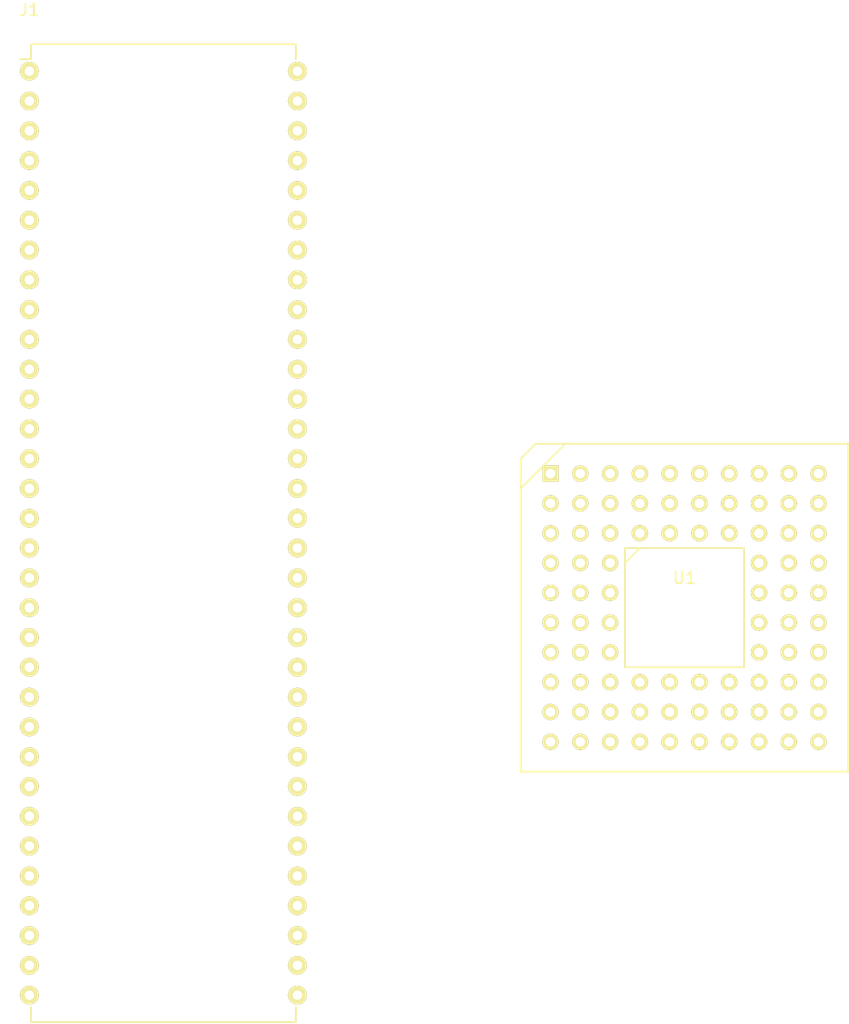
<source format=kicad_pcb>
(kicad_pcb (version 4) (host pcbnew "(2015-05-13 BZR 5653)-product")

  (general
    (links 68)
    (no_connects 68)
    (area 0 0 0 0)
    (thickness 1.6)
    (drawings 0)
    (tracks 0)
    (zones 0)
    (modules 2)
    (nets 71)
  )

  (page A4)
  (layers
    (0 F.Cu signal)
    (31 B.Cu signal)
    (32 B.Adhes user)
    (33 F.Adhes user)
    (34 B.Paste user)
    (35 F.Paste user)
    (36 B.SilkS user)
    (37 F.SilkS user)
    (38 B.Mask user)
    (39 F.Mask user)
    (40 Dwgs.User user)
    (41 Cmts.User user)
    (42 Eco1.User user)
    (43 Eco2.User user)
    (44 Edge.Cuts user)
    (45 Margin user)
    (46 B.CrtYd user)
    (47 F.CrtYd user)
    (48 B.Fab user)
    (49 F.Fab user)
  )

  (setup
    (last_trace_width 0.25)
    (trace_clearance 0.2)
    (zone_clearance 0.508)
    (zone_45_only no)
    (trace_min 0.2)
    (segment_width 0.2)
    (edge_width 0.1)
    (via_size 0.6)
    (via_drill 0.4)
    (via_min_size 0.4)
    (via_min_drill 0.3)
    (uvia_size 0.3)
    (uvia_drill 0.1)
    (uvias_allowed no)
    (uvia_min_size 0.2)
    (uvia_min_drill 0.1)
    (pcb_text_width 0.3)
    (pcb_text_size 1.5 1.5)
    (mod_edge_width 0.15)
    (mod_text_size 1 1)
    (mod_text_width 0.15)
    (pad_size 1.5 1.5)
    (pad_drill 0.6)
    (pad_to_mask_clearance 0)
    (aux_axis_origin 0 0)
    (visible_elements FFFFFF7F)
    (pcbplotparams
      (layerselection 0x00030_80000001)
      (usegerberextensions false)
      (excludeedgelayer true)
      (linewidth 0.100000)
      (plotframeref false)
      (viasonmask false)
      (mode 1)
      (useauxorigin false)
      (hpglpennumber 1)
      (hpglpenspeed 20)
      (hpglpendiameter 15)
      (hpglpenoverlay 2)
      (psnegative false)
      (psa4output false)
      (plotreference true)
      (plotvalue true)
      (plotinvisibletext false)
      (padsonsilk false)
      (subtractmaskfromsilk false)
      (outputformat 1)
      (mirror false)
      (drillshape 1)
      (scaleselection 1)
      (outputdirectory ""))
  )

  (net 0 "")
  (net 1 /D4)
  (net 2 /D3)
  (net 3 /D2)
  (net 4 /D1)
  (net 5 /D0)
  (net 6 AS)
  (net 7 UDS)
  (net 8 LDS)
  (net 9 RW)
  (net 10 DTACK)
  (net 11 BG)
  (net 12 BGACK)
  (net 13 BR)
  (net 14 +5V)
  (net 15 CLK)
  (net 16 GND)
  (net 17 HALT)
  (net 18 RESET)
  (net 19 VMA)
  (net 20 E)
  (net 21 VPA)
  (net 22 BERR)
  (net 23 IPL2)
  (net 24 IPL1)
  (net 25 IPL0)
  (net 26 FC2)
  (net 27 FC1)
  (net 28 FC0)
  (net 29 /A1)
  (net 30 /A2)
  (net 31 /A3)
  (net 32 /A4)
  (net 33 /A5)
  (net 34 /A6)
  (net 35 /A7)
  (net 36 /A8)
  (net 37 /A9)
  (net 38 /A10)
  (net 39 /A11)
  (net 40 /A12)
  (net 41 /A13)
  (net 42 /A14)
  (net 43 /A15)
  (net 44 /A16)
  (net 45 /A17)
  (net 46 /A18)
  (net 47 /A19)
  (net 48 /A20)
  (net 49 /A21)
  (net 50 /A22)
  (net 51 /A23)
  (net 52 /D15)
  (net 53 /D14)
  (net 54 /D13)
  (net 55 /D12)
  (net 56 /D11)
  (net 57 /D10)
  (net 58 /D9)
  (net 59 /D8)
  (net 60 /D7)
  (net 61 /D6)
  (net 62 /D5)
  (net 63 "Net-(U1-PadC4)")
  (net 64 "Net-(U1-PadE8)")
  (net 65 "Net-(U1-PadF8)")
  (net 66 "Net-(U1-PadG3)")
  (net 67 "Net-(U1-PadH5)")
  (net 68 "Net-(U1-PadH6)")
  (net 69 "Net-(U1-PadJ4)")
  (net 70 "Net-(U1-PadK1)")

  (net_class Default "This is the default net class."
    (clearance 0.2)
    (trace_width 0.25)
    (via_dia 0.6)
    (via_drill 0.4)
    (uvia_dia 0.3)
    (uvia_drill 0.1)
    (add_net +5V)
    (add_net /A1)
    (add_net /A10)
    (add_net /A11)
    (add_net /A12)
    (add_net /A13)
    (add_net /A14)
    (add_net /A15)
    (add_net /A16)
    (add_net /A17)
    (add_net /A18)
    (add_net /A19)
    (add_net /A2)
    (add_net /A20)
    (add_net /A21)
    (add_net /A22)
    (add_net /A23)
    (add_net /A3)
    (add_net /A4)
    (add_net /A5)
    (add_net /A6)
    (add_net /A7)
    (add_net /A8)
    (add_net /A9)
    (add_net /D0)
    (add_net /D1)
    (add_net /D10)
    (add_net /D11)
    (add_net /D12)
    (add_net /D13)
    (add_net /D14)
    (add_net /D15)
    (add_net /D2)
    (add_net /D3)
    (add_net /D4)
    (add_net /D5)
    (add_net /D6)
    (add_net /D7)
    (add_net /D8)
    (add_net /D9)
    (add_net AS)
    (add_net BERR)
    (add_net BG)
    (add_net BGACK)
    (add_net BR)
    (add_net CLK)
    (add_net DTACK)
    (add_net E)
    (add_net FC0)
    (add_net FC1)
    (add_net FC2)
    (add_net GND)
    (add_net HALT)
    (add_net IPL0)
    (add_net IPL1)
    (add_net IPL2)
    (add_net LDS)
    (add_net "Net-(U1-PadC4)")
    (add_net "Net-(U1-PadE8)")
    (add_net "Net-(U1-PadF8)")
    (add_net "Net-(U1-PadG3)")
    (add_net "Net-(U1-PadH5)")
    (add_net "Net-(U1-PadH6)")
    (add_net "Net-(U1-PadJ4)")
    (add_net "Net-(U1-PadK1)")
    (add_net RESET)
    (add_net RW)
    (add_net UDS)
    (add_net VMA)
    (add_net VPA)
  )

  (module Housings_DIP:DIP-64_W22.86mm (layer F.Cu) (tedit 54130A77) (tstamp 55BB417C)
    (at 128.27 82.55)
    (descr "64-lead dip package, row spacing 22.86 mm (900 mils)")
    (tags "dil dip 2.54 900")
    (path /55BB1C18)
    (fp_text reference J1 (at 0 -5.22) (layer F.SilkS)
      (effects (font (size 1 1) (thickness 0.15)))
    )
    (fp_text value 68000 (at 0 -3.72) (layer F.Fab)
      (effects (font (size 1 1) (thickness 0.15)))
    )
    (fp_line (start -1.05 -2.45) (end -1.05 81.2) (layer F.CrtYd) (width 0.05))
    (fp_line (start 23.9 -2.45) (end 23.9 81.2) (layer F.CrtYd) (width 0.05))
    (fp_line (start -1.05 -2.45) (end 23.9 -2.45) (layer F.CrtYd) (width 0.05))
    (fp_line (start -1.05 81.2) (end 23.9 81.2) (layer F.CrtYd) (width 0.05))
    (fp_line (start 0.135 -2.295) (end 0.135 -1.025) (layer F.SilkS) (width 0.15))
    (fp_line (start 22.725 -2.295) (end 22.725 -1.025) (layer F.SilkS) (width 0.15))
    (fp_line (start 22.725 81.035) (end 22.725 79.765) (layer F.SilkS) (width 0.15))
    (fp_line (start 0.135 81.035) (end 0.135 79.765) (layer F.SilkS) (width 0.15))
    (fp_line (start 0.135 -2.295) (end 22.725 -2.295) (layer F.SilkS) (width 0.15))
    (fp_line (start 0.135 81.035) (end 22.725 81.035) (layer F.SilkS) (width 0.15))
    (fp_line (start 0.135 -1.025) (end -0.8 -1.025) (layer F.SilkS) (width 0.15))
    (pad 1 thru_hole oval (at 0 0) (size 1.6 1.6) (drill 0.8) (layers *.Cu *.Mask F.SilkS)
      (net 1 /D4))
    (pad 2 thru_hole oval (at 0 2.54) (size 1.6 1.6) (drill 0.8) (layers *.Cu *.Mask F.SilkS)
      (net 2 /D3))
    (pad 3 thru_hole oval (at 0 5.08) (size 1.6 1.6) (drill 0.8) (layers *.Cu *.Mask F.SilkS)
      (net 3 /D2))
    (pad 4 thru_hole oval (at 0 7.62) (size 1.6 1.6) (drill 0.8) (layers *.Cu *.Mask F.SilkS)
      (net 4 /D1))
    (pad 5 thru_hole oval (at 0 10.16) (size 1.6 1.6) (drill 0.8) (layers *.Cu *.Mask F.SilkS)
      (net 5 /D0))
    (pad 6 thru_hole oval (at 0 12.7) (size 1.6 1.6) (drill 0.8) (layers *.Cu *.Mask F.SilkS)
      (net 6 AS))
    (pad 7 thru_hole oval (at 0 15.24) (size 1.6 1.6) (drill 0.8) (layers *.Cu *.Mask F.SilkS)
      (net 7 UDS))
    (pad 8 thru_hole oval (at 0 17.78) (size 1.6 1.6) (drill 0.8) (layers *.Cu *.Mask F.SilkS)
      (net 8 LDS))
    (pad 9 thru_hole oval (at 0 20.32) (size 1.6 1.6) (drill 0.8) (layers *.Cu *.Mask F.SilkS)
      (net 9 RW))
    (pad 10 thru_hole oval (at 0 22.86) (size 1.6 1.6) (drill 0.8) (layers *.Cu *.Mask F.SilkS)
      (net 10 DTACK))
    (pad 11 thru_hole oval (at 0 25.4) (size 1.6 1.6) (drill 0.8) (layers *.Cu *.Mask F.SilkS)
      (net 11 BG))
    (pad 12 thru_hole oval (at 0 27.94) (size 1.6 1.6) (drill 0.8) (layers *.Cu *.Mask F.SilkS)
      (net 12 BGACK))
    (pad 13 thru_hole oval (at 0 30.48) (size 1.6 1.6) (drill 0.8) (layers *.Cu *.Mask F.SilkS)
      (net 13 BR))
    (pad 14 thru_hole oval (at 0 33.02) (size 1.6 1.6) (drill 0.8) (layers *.Cu *.Mask F.SilkS)
      (net 14 +5V))
    (pad 15 thru_hole oval (at 0 35.56) (size 1.6 1.6) (drill 0.8) (layers *.Cu *.Mask F.SilkS)
      (net 15 CLK))
    (pad 16 thru_hole oval (at 0 38.1) (size 1.6 1.6) (drill 0.8) (layers *.Cu *.Mask F.SilkS)
      (net 16 GND))
    (pad 17 thru_hole oval (at 0 40.64) (size 1.6 1.6) (drill 0.8) (layers *.Cu *.Mask F.SilkS)
      (net 17 HALT))
    (pad 18 thru_hole oval (at 0 43.18) (size 1.6 1.6) (drill 0.8) (layers *.Cu *.Mask F.SilkS)
      (net 18 RESET))
    (pad 19 thru_hole oval (at 0 45.72) (size 1.6 1.6) (drill 0.8) (layers *.Cu *.Mask F.SilkS)
      (net 19 VMA))
    (pad 20 thru_hole oval (at 0 48.26) (size 1.6 1.6) (drill 0.8) (layers *.Cu *.Mask F.SilkS)
      (net 20 E))
    (pad 21 thru_hole oval (at 0 50.8) (size 1.6 1.6) (drill 0.8) (layers *.Cu *.Mask F.SilkS)
      (net 21 VPA))
    (pad 22 thru_hole oval (at 0 53.34) (size 1.6 1.6) (drill 0.8) (layers *.Cu *.Mask F.SilkS)
      (net 22 BERR))
    (pad 23 thru_hole oval (at 0 55.88) (size 1.6 1.6) (drill 0.8) (layers *.Cu *.Mask F.SilkS)
      (net 23 IPL2))
    (pad 24 thru_hole oval (at 0 58.42) (size 1.6 1.6) (drill 0.8) (layers *.Cu *.Mask F.SilkS)
      (net 24 IPL1))
    (pad 25 thru_hole oval (at 0 60.96) (size 1.6 1.6) (drill 0.8) (layers *.Cu *.Mask F.SilkS)
      (net 25 IPL0))
    (pad 26 thru_hole oval (at 0 63.5) (size 1.6 1.6) (drill 0.8) (layers *.Cu *.Mask F.SilkS)
      (net 26 FC2))
    (pad 27 thru_hole oval (at 0 66.04) (size 1.6 1.6) (drill 0.8) (layers *.Cu *.Mask F.SilkS)
      (net 27 FC1))
    (pad 28 thru_hole oval (at 0 68.58) (size 1.6 1.6) (drill 0.8) (layers *.Cu *.Mask F.SilkS)
      (net 28 FC0))
    (pad 29 thru_hole oval (at 0 71.12) (size 1.6 1.6) (drill 0.8) (layers *.Cu *.Mask F.SilkS)
      (net 29 /A1))
    (pad 30 thru_hole oval (at 0 73.66) (size 1.6 1.6) (drill 0.8) (layers *.Cu *.Mask F.SilkS)
      (net 30 /A2))
    (pad 31 thru_hole oval (at 0 76.2) (size 1.6 1.6) (drill 0.8) (layers *.Cu *.Mask F.SilkS)
      (net 31 /A3))
    (pad 32 thru_hole oval (at 0 78.74) (size 1.6 1.6) (drill 0.8) (layers *.Cu *.Mask F.SilkS)
      (net 32 /A4))
    (pad 33 thru_hole oval (at 22.86 78.74) (size 1.6 1.6) (drill 0.8) (layers *.Cu *.Mask F.SilkS)
      (net 33 /A5))
    (pad 34 thru_hole oval (at 22.86 76.2) (size 1.6 1.6) (drill 0.8) (layers *.Cu *.Mask F.SilkS)
      (net 34 /A6))
    (pad 35 thru_hole oval (at 22.86 73.66) (size 1.6 1.6) (drill 0.8) (layers *.Cu *.Mask F.SilkS)
      (net 35 /A7))
    (pad 36 thru_hole oval (at 22.86 71.12) (size 1.6 1.6) (drill 0.8) (layers *.Cu *.Mask F.SilkS)
      (net 36 /A8))
    (pad 37 thru_hole oval (at 22.86 68.58) (size 1.6 1.6) (drill 0.8) (layers *.Cu *.Mask F.SilkS)
      (net 37 /A9))
    (pad 38 thru_hole oval (at 22.86 66.04) (size 1.6 1.6) (drill 0.8) (layers *.Cu *.Mask F.SilkS)
      (net 38 /A10))
    (pad 39 thru_hole oval (at 22.86 63.5) (size 1.6 1.6) (drill 0.8) (layers *.Cu *.Mask F.SilkS)
      (net 39 /A11))
    (pad 40 thru_hole oval (at 22.86 60.96) (size 1.6 1.6) (drill 0.8) (layers *.Cu *.Mask F.SilkS)
      (net 40 /A12))
    (pad 41 thru_hole oval (at 22.86 58.42) (size 1.6 1.6) (drill 0.8) (layers *.Cu *.Mask F.SilkS)
      (net 41 /A13))
    (pad 42 thru_hole oval (at 22.86 55.88) (size 1.6 1.6) (drill 0.8) (layers *.Cu *.Mask F.SilkS)
      (net 42 /A14))
    (pad 43 thru_hole oval (at 22.86 53.34) (size 1.6 1.6) (drill 0.8) (layers *.Cu *.Mask F.SilkS)
      (net 43 /A15))
    (pad 44 thru_hole oval (at 22.86 50.8) (size 1.6 1.6) (drill 0.8) (layers *.Cu *.Mask F.SilkS)
      (net 44 /A16))
    (pad 45 thru_hole oval (at 22.86 48.26) (size 1.6 1.6) (drill 0.8) (layers *.Cu *.Mask F.SilkS)
      (net 45 /A17))
    (pad 46 thru_hole oval (at 22.86 45.72) (size 1.6 1.6) (drill 0.8) (layers *.Cu *.Mask F.SilkS)
      (net 46 /A18))
    (pad 47 thru_hole oval (at 22.86 43.18) (size 1.6 1.6) (drill 0.8) (layers *.Cu *.Mask F.SilkS)
      (net 47 /A19))
    (pad 48 thru_hole oval (at 22.86 40.64) (size 1.6 1.6) (drill 0.8) (layers *.Cu *.Mask F.SilkS)
      (net 48 /A20))
    (pad 49 thru_hole oval (at 22.86 38.1) (size 1.6 1.6) (drill 0.8) (layers *.Cu *.Mask F.SilkS)
      (net 14 +5V))
    (pad 50 thru_hole oval (at 22.86 35.56) (size 1.6 1.6) (drill 0.8) (layers *.Cu *.Mask F.SilkS)
      (net 49 /A21))
    (pad 51 thru_hole oval (at 22.86 33.02) (size 1.6 1.6) (drill 0.8) (layers *.Cu *.Mask F.SilkS)
      (net 50 /A22))
    (pad 52 thru_hole oval (at 22.86 30.48) (size 1.6 1.6) (drill 0.8) (layers *.Cu *.Mask F.SilkS)
      (net 51 /A23))
    (pad 53 thru_hole oval (at 22.86 27.94) (size 1.6 1.6) (drill 0.8) (layers *.Cu *.Mask F.SilkS)
      (net 16 GND))
    (pad 54 thru_hole oval (at 22.86 25.4) (size 1.6 1.6) (drill 0.8) (layers *.Cu *.Mask F.SilkS)
      (net 52 /D15))
    (pad 55 thru_hole oval (at 22.86 22.86) (size 1.6 1.6) (drill 0.8) (layers *.Cu *.Mask F.SilkS)
      (net 53 /D14))
    (pad 56 thru_hole oval (at 22.86 20.32) (size 1.6 1.6) (drill 0.8) (layers *.Cu *.Mask F.SilkS)
      (net 54 /D13))
    (pad 57 thru_hole oval (at 22.86 17.78) (size 1.6 1.6) (drill 0.8) (layers *.Cu *.Mask F.SilkS)
      (net 55 /D12))
    (pad 58 thru_hole oval (at 22.86 15.24) (size 1.6 1.6) (drill 0.8) (layers *.Cu *.Mask F.SilkS)
      (net 56 /D11))
    (pad 59 thru_hole oval (at 22.86 12.7) (size 1.6 1.6) (drill 0.8) (layers *.Cu *.Mask F.SilkS)
      (net 57 /D10))
    (pad 60 thru_hole oval (at 22.86 10.16) (size 1.6 1.6) (drill 0.8) (layers *.Cu *.Mask F.SilkS)
      (net 58 /D9))
    (pad 61 thru_hole oval (at 22.86 7.62) (size 1.6 1.6) (drill 0.8) (layers *.Cu *.Mask F.SilkS)
      (net 59 /D8))
    (pad 62 thru_hole oval (at 22.86 5.08) (size 1.6 1.6) (drill 0.8) (layers *.Cu *.Mask F.SilkS)
      (net 60 /D7))
    (pad 63 thru_hole oval (at 22.86 2.54) (size 1.6 1.6) (drill 0.8) (layers *.Cu *.Mask F.SilkS)
      (net 61 /D6))
    (pad 64 thru_hole oval (at 22.86 0) (size 1.6 1.6) (drill 0.8) (layers *.Cu *.Mask F.SilkS)
      (net 62 /D5))
    (model Housings_DIP.3dshapes/DIP-64_W22.86mm.wrl
      (at (xyz 0 0 0))
      (scale (xyz 1 1 1))
      (rotate (xyz 0 0 0))
    )
  )

  (module Sockets:PGA84 (layer F.Cu) (tedit 0) (tstamp 55BB41DF)
    (at 184.15 128.27)
    (descr "Support PGA 84 pins")
    (tags PGA)
    (path /55BB4D5E)
    (fp_text reference U1 (at 0 -2.54) (layer F.SilkS)
      (effects (font (size 1 1) (thickness 0.15)))
    )
    (fp_text value 68012RC (at 0 2.54) (layer F.Fab)
      (effects (font (size 1 1) (thickness 0.15)))
    )
    (fp_line (start -13.97 -12.7) (end -12.7 -13.97) (layer F.SilkS) (width 0.15))
    (fp_line (start -12.7 -13.97) (end 13.97 -13.97) (layer F.SilkS) (width 0.15))
    (fp_line (start 13.97 -13.97) (end 13.97 13.97) (layer F.SilkS) (width 0.15))
    (fp_line (start 13.97 13.97) (end -13.97 13.97) (layer F.SilkS) (width 0.15))
    (fp_line (start -13.97 13.97) (end -13.97 -12.7) (layer F.SilkS) (width 0.15))
    (fp_line (start -13.97 -10.16) (end -10.16 -13.97) (layer F.SilkS) (width 0.15))
    (fp_line (start -5.08 -5.08) (end 5.08 -5.08) (layer F.SilkS) (width 0.15))
    (fp_line (start 5.08 -5.08) (end 5.08 5.08) (layer F.SilkS) (width 0.15))
    (fp_line (start 5.08 5.08) (end -5.08 5.08) (layer F.SilkS) (width 0.15))
    (fp_line (start -5.08 5.08) (end -5.08 -5.08) (layer F.SilkS) (width 0.15))
    (fp_line (start -5.08 -3.81) (end -3.81 -5.08) (layer F.SilkS) (width 0.15))
    (pad A1 thru_hole rect (at -11.43 -11.43) (size 1.397 1.397) (drill 0.8128) (layers *.Cu *.Mask F.SilkS))
    (pad A2 thru_hole circle (at -8.89 -11.43) (size 1.397 1.397) (drill 0.8128) (layers *.Cu *.Mask F.SilkS)
      (net 6 AS))
    (pad A3 thru_hole circle (at -6.35 -11.43) (size 1.397 1.397) (drill 0.8128) (layers *.Cu *.Mask F.SilkS)
      (net 4 /D1))
    (pad A4 thru_hole circle (at -3.81 -11.43) (size 1.397 1.397) (drill 0.8128) (layers *.Cu *.Mask F.SilkS)
      (net 3 /D2))
    (pad A5 thru_hole circle (at -1.27 -11.43) (size 1.397 1.397) (drill 0.8128) (layers *.Cu *.Mask F.SilkS)
      (net 1 /D4))
    (pad A6 thru_hole circle (at 1.27 -11.43) (size 1.397 1.397) (drill 0.8128) (layers *.Cu *.Mask F.SilkS)
      (net 62 /D5))
    (pad A7 thru_hole circle (at 3.81 -11.43) (size 1.397 1.397) (drill 0.8128) (layers *.Cu *.Mask F.SilkS)
      (net 60 /D7))
    (pad A8 thru_hole circle (at 6.35 -11.43) (size 1.397 1.397) (drill 0.8128) (layers *.Cu *.Mask F.SilkS)
      (net 59 /D8))
    (pad A9 thru_hole circle (at 8.89 -11.43) (size 1.397 1.397) (drill 0.8128) (layers *.Cu *.Mask F.SilkS)
      (net 57 /D10))
    (pad A10 thru_hole circle (at 11.43 -11.43) (size 1.397 1.397) (drill 0.8128) (layers *.Cu *.Mask F.SilkS)
      (net 55 /D12))
    (pad B1 thru_hole circle (at -11.43 -8.89) (size 1.397 1.397) (drill 0.8128) (layers *.Cu *.Mask F.SilkS)
      (net 10 DTACK))
    (pad B2 thru_hole circle (at -8.89 -8.89) (size 1.397 1.397) (drill 0.8128) (layers *.Cu *.Mask F.SilkS)
      (net 8 LDS))
    (pad B3 thru_hole circle (at -6.35 -8.89) (size 1.397 1.397) (drill 0.8128) (layers *.Cu *.Mask F.SilkS)
      (net 7 UDS))
    (pad B4 thru_hole circle (at -3.81 -8.89) (size 1.397 1.397) (drill 0.8128) (layers *.Cu *.Mask F.SilkS)
      (net 5 /D0))
    (pad B5 thru_hole circle (at -1.27 -8.89) (size 1.397 1.397) (drill 0.8128) (layers *.Cu *.Mask F.SilkS)
      (net 2 /D3))
    (pad B6 thru_hole circle (at 1.27 -8.89) (size 1.397 1.397) (drill 0.8128) (layers *.Cu *.Mask F.SilkS)
      (net 61 /D6))
    (pad B7 thru_hole circle (at 3.81 -8.89) (size 1.397 1.397) (drill 0.8128) (layers *.Cu *.Mask F.SilkS)
      (net 58 /D9))
    (pad B8 thru_hole circle (at 6.35 -8.89) (size 1.397 1.397) (drill 0.8128) (layers *.Cu *.Mask F.SilkS)
      (net 56 /D11))
    (pad B9 thru_hole circle (at 8.89 -8.89) (size 1.397 1.397) (drill 0.8128) (layers *.Cu *.Mask F.SilkS)
      (net 53 /D14))
    (pad B10 thru_hole circle (at 11.43 -8.89) (size 1.397 1.397) (drill 0.8128) (layers *.Cu *.Mask F.SilkS)
      (net 52 /D15))
    (pad C1 thru_hole circle (at -11.43 -6.35) (size 1.397 1.397) (drill 0.8128) (layers *.Cu *.Mask F.SilkS)
      (net 12 BGACK))
    (pad C2 thru_hole circle (at -8.89 -6.35) (size 1.397 1.397) (drill 0.8128) (layers *.Cu *.Mask F.SilkS)
      (net 11 BG))
    (pad C3 thru_hole circle (at -6.35 -6.35) (size 1.397 1.397) (drill 0.8128) (layers *.Cu *.Mask F.SilkS)
      (net 9 RW))
    (pad C4 thru_hole circle (at -3.81 -6.35) (size 1.397 1.397) (drill 0.8128) (layers *.Cu *.Mask F.SilkS)
      (net 63 "Net-(U1-PadC4)"))
    (pad C5 thru_hole circle (at -1.27 -6.35) (size 1.397 1.397) (drill 0.8128) (layers *.Cu *.Mask F.SilkS))
    (pad C6 thru_hole circle (at 1.27 -6.35) (size 1.397 1.397) (drill 0.8128) (layers *.Cu *.Mask F.SilkS))
    (pad C7 thru_hole circle (at 3.81 -6.35) (size 1.397 1.397) (drill 0.8128) (layers *.Cu *.Mask F.SilkS))
    (pad C8 thru_hole circle (at 6.35 -6.35) (size 1.397 1.397) (drill 0.8128) (layers *.Cu *.Mask F.SilkS)
      (net 54 /D13))
    (pad C9 thru_hole circle (at 8.89 -6.35) (size 1.397 1.397) (drill 0.8128) (layers *.Cu *.Mask F.SilkS)
      (net 51 /A23))
    (pad C10 thru_hole circle (at 11.43 -6.35) (size 1.397 1.397) (drill 0.8128) (layers *.Cu *.Mask F.SilkS)
      (net 50 /A22))
    (pad D1 thru_hole circle (at -11.43 -3.81) (size 1.397 1.397) (drill 0.8128) (layers *.Cu *.Mask F.SilkS)
      (net 13 BR))
    (pad D2 thru_hole circle (at -8.89 -3.81) (size 1.397 1.397) (drill 0.8128) (layers *.Cu *.Mask F.SilkS)
      (net 14 +5V))
    (pad D3 thru_hole circle (at -6.35 -3.81) (size 1.397 1.397) (drill 0.8128) (layers *.Cu *.Mask F.SilkS))
    (pad D8 thru_hole circle (at 6.35 -3.81) (size 1.397 1.397) (drill 0.8128) (layers *.Cu *.Mask F.SilkS)
      (net 16 GND))
    (pad D9 thru_hole circle (at 8.89 -3.81) (size 1.397 1.397) (drill 0.8128) (layers *.Cu *.Mask F.SilkS)
      (net 16 GND))
    (pad D10 thru_hole circle (at 11.43 -3.81) (size 1.397 1.397) (drill 0.8128) (layers *.Cu *.Mask F.SilkS)
      (net 49 /A21))
    (pad E1 thru_hole circle (at -11.43 -1.27) (size 1.397 1.397) (drill 0.8128) (layers *.Cu *.Mask F.SilkS)
      (net 15 CLK))
    (pad E2 thru_hole circle (at -8.89 -1.27) (size 1.397 1.397) (drill 0.8128) (layers *.Cu *.Mask F.SilkS)
      (net 16 GND))
    (pad E3 thru_hole circle (at -6.35 -1.27) (size 1.397 1.397) (drill 0.8128) (layers *.Cu *.Mask F.SilkS)
      (net 16 GND))
    (pad E8 thru_hole circle (at 6.35 -1.27) (size 1.397 1.397) (drill 0.8128) (layers *.Cu *.Mask F.SilkS)
      (net 64 "Net-(U1-PadE8)"))
    (pad E9 thru_hole circle (at 8.89 -1.27) (size 1.397 1.397) (drill 0.8128) (layers *.Cu *.Mask F.SilkS)
      (net 14 +5V))
    (pad E10 thru_hole circle (at 11.43 -1.27) (size 1.397 1.397) (drill 0.8128) (layers *.Cu *.Mask F.SilkS)
      (net 48 /A20))
    (pad F1 thru_hole circle (at -11.43 1.27) (size 1.397 1.397) (drill 0.8128) (layers *.Cu *.Mask F.SilkS)
      (net 17 HALT))
    (pad F2 thru_hole circle (at -8.89 1.27) (size 1.397 1.397) (drill 0.8128) (layers *.Cu *.Mask F.SilkS)
      (net 18 RESET))
    (pad F3 thru_hole circle (at -6.35 1.27) (size 1.397 1.397) (drill 0.8128) (layers *.Cu *.Mask F.SilkS))
    (pad F8 thru_hole circle (at 6.35 1.27) (size 1.397 1.397) (drill 0.8128) (layers *.Cu *.Mask F.SilkS)
      (net 65 "Net-(U1-PadF8)"))
    (pad F9 thru_hole circle (at 8.89 1.27) (size 1.397 1.397) (drill 0.8128) (layers *.Cu *.Mask F.SilkS)
      (net 46 /A18))
    (pad F10 thru_hole circle (at 11.43 1.27) (size 1.397 1.397) (drill 0.8128) (layers *.Cu *.Mask F.SilkS)
      (net 47 /A19))
    (pad G1 thru_hole circle (at -11.43 3.81) (size 1.397 1.397) (drill 0.8128) (layers *.Cu *.Mask F.SilkS)
      (net 19 VMA))
    (pad G2 thru_hole circle (at -8.89 3.81) (size 1.397 1.397) (drill 0.8128) (layers *.Cu *.Mask F.SilkS)
      (net 21 VPA))
    (pad G3 thru_hole circle (at -6.35 3.81) (size 1.397 1.397) (drill 0.8128) (layers *.Cu *.Mask F.SilkS)
      (net 66 "Net-(U1-PadG3)"))
    (pad G8 thru_hole circle (at 6.35 3.81) (size 1.397 1.397) (drill 0.8128) (layers *.Cu *.Mask F.SilkS))
    (pad G9 thru_hole circle (at 8.89 3.81) (size 1.397 1.397) (drill 0.8128) (layers *.Cu *.Mask F.SilkS)
      (net 43 /A15))
    (pad G10 thru_hole circle (at 11.43 3.81) (size 1.397 1.397) (drill 0.8128) (layers *.Cu *.Mask F.SilkS)
      (net 45 /A17))
    (pad H1 thru_hole circle (at -11.43 6.35) (size 1.397 1.397) (drill 0.8128) (layers *.Cu *.Mask F.SilkS)
      (net 20 E))
    (pad H2 thru_hole circle (at -8.89 6.35) (size 1.397 1.397) (drill 0.8128) (layers *.Cu *.Mask F.SilkS)
      (net 23 IPL2))
    (pad H3 thru_hole circle (at -6.35 6.35) (size 1.397 1.397) (drill 0.8128) (layers *.Cu *.Mask F.SilkS)
      (net 24 IPL1))
    (pad H4 thru_hole circle (at -3.81 6.35) (size 1.397 1.397) (drill 0.8128) (layers *.Cu *.Mask F.SilkS))
    (pad H5 thru_hole circle (at -1.27 6.35) (size 1.397 1.397) (drill 0.8128) (layers *.Cu *.Mask F.SilkS)
      (net 67 "Net-(U1-PadH5)"))
    (pad H6 thru_hole circle (at 1.27 6.35) (size 1.397 1.397) (drill 0.8128) (layers *.Cu *.Mask F.SilkS)
      (net 68 "Net-(U1-PadH6)"))
    (pad H7 thru_hole circle (at 3.81 6.35) (size 1.397 1.397) (drill 0.8128) (layers *.Cu *.Mask F.SilkS))
    (pad H8 thru_hole circle (at 6.35 6.35) (size 1.397 1.397) (drill 0.8128) (layers *.Cu *.Mask F.SilkS)
      (net 41 /A13))
    (pad H9 thru_hole circle (at 8.89 6.35) (size 1.397 1.397) (drill 0.8128) (layers *.Cu *.Mask F.SilkS)
      (net 40 /A12))
    (pad H10 thru_hole circle (at 11.43 6.35) (size 1.397 1.397) (drill 0.8128) (layers *.Cu *.Mask F.SilkS)
      (net 44 /A16))
    (pad J1 thru_hole circle (at -11.43 8.89) (size 1.397 1.397) (drill 0.8128) (layers *.Cu *.Mask F.SilkS)
      (net 22 BERR))
    (pad J2 thru_hole circle (at -8.89 8.89) (size 1.397 1.397) (drill 0.8128) (layers *.Cu *.Mask F.SilkS)
      (net 25 IPL0))
    (pad J3 thru_hole circle (at -6.35 8.89) (size 1.397 1.397) (drill 0.8128) (layers *.Cu *.Mask F.SilkS)
      (net 27 FC1))
    (pad J4 thru_hole circle (at -3.81 8.89) (size 1.397 1.397) (drill 0.8128) (layers *.Cu *.Mask F.SilkS)
      (net 69 "Net-(U1-PadJ4)"))
    (pad J5 thru_hole circle (at -1.27 8.89) (size 1.397 1.397) (drill 0.8128) (layers *.Cu *.Mask F.SilkS)
      (net 30 /A2))
    (pad J6 thru_hole circle (at 1.27 8.89) (size 1.397 1.397) (drill 0.8128) (layers *.Cu *.Mask F.SilkS)
      (net 33 /A5))
    (pad J7 thru_hole circle (at 3.81 8.89) (size 1.397 1.397) (drill 0.8128) (layers *.Cu *.Mask F.SilkS)
      (net 36 /A8))
    (pad J8 thru_hole circle (at 6.35 8.89) (size 1.397 1.397) (drill 0.8128) (layers *.Cu *.Mask F.SilkS)
      (net 38 /A10))
    (pad J9 thru_hole circle (at 8.89 8.89) (size 1.397 1.397) (drill 0.8128) (layers *.Cu *.Mask F.SilkS)
      (net 39 /A11))
    (pad J10 thru_hole circle (at 11.43 8.89) (size 1.397 1.397) (drill 0.8128) (layers *.Cu *.Mask F.SilkS)
      (net 42 /A14))
    (pad K1 thru_hole circle (at -11.43 11.43) (size 1.397 1.397) (drill 0.8128) (layers *.Cu *.Mask F.SilkS)
      (net 70 "Net-(U1-PadK1)"))
    (pad K2 thru_hole circle (at -8.89 11.43) (size 1.397 1.397) (drill 0.8128) (layers *.Cu *.Mask F.SilkS)
      (net 26 FC2))
    (pad K3 thru_hole circle (at -6.35 11.43) (size 1.397 1.397) (drill 0.8128) (layers *.Cu *.Mask F.SilkS)
      (net 28 FC0))
    (pad K4 thru_hole circle (at -3.81 11.43) (size 1.397 1.397) (drill 0.8128) (layers *.Cu *.Mask F.SilkS)
      (net 29 /A1))
    (pad K5 thru_hole circle (at -1.27 11.43) (size 1.397 1.397) (drill 0.8128) (layers *.Cu *.Mask F.SilkS)
      (net 31 /A3))
    (pad K6 thru_hole circle (at 1.27 11.43) (size 1.397 1.397) (drill 0.8128) (layers *.Cu *.Mask F.SilkS)
      (net 32 /A4))
    (pad K7 thru_hole circle (at 3.81 11.43) (size 1.397 1.397) (drill 0.8128) (layers *.Cu *.Mask F.SilkS)
      (net 34 /A6))
    (pad K8 thru_hole circle (at 6.35 11.43) (size 1.397 1.397) (drill 0.8128) (layers *.Cu *.Mask F.SilkS)
      (net 35 /A7))
    (pad K9 thru_hole circle (at 8.89 11.43) (size 1.397 1.397) (drill 0.8128) (layers *.Cu *.Mask F.SilkS)
      (net 37 /A9))
    (pad K10 thru_hole circle (at 11.43 11.43) (size 1.397 1.397) (drill 0.8128) (layers *.Cu *.Mask F.SilkS))
  )

)

</source>
